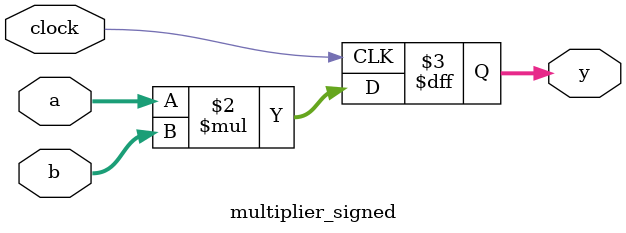
<source format=sv>
module multiplier_signed (
    input clock,
    input signed [3:0] b,
    input signed [7:0] a,
    output reg [11:0] y);

    always @(posedge clock)
          y <= a * b;

endmodule

</source>
